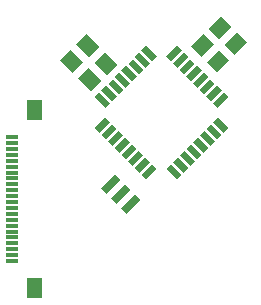
<source format=gbr>
G04 EAGLE Gerber RS-274X export*
G75*
%MOMM*%
%FSLAX34Y34*%
%LPD*%
%INSolderpaste Top*%
%IPPOS*%
%AMOC8*
5,1,8,0,0,1.08239X$1,22.5*%
G01*
%ADD10R,0.700000X1.700000*%
%ADD11R,1.270000X0.558800*%
%ADD12R,0.558800X1.270000*%
%ADD13R,1.240000X1.500000*%
%ADD14R,1.000000X0.300000*%
%ADD15R,1.000000X1.000000*%

G36*
X178425Y309063D02*
X178425Y309063D01*
X178425Y309064D01*
X178425Y325564D01*
X178421Y325569D01*
X178420Y325569D01*
X165420Y325569D01*
X165415Y325565D01*
X165415Y325564D01*
X165415Y309064D01*
X165419Y309059D01*
X165420Y309059D01*
X178420Y309059D01*
X178425Y309063D01*
G37*
G36*
X178425Y158563D02*
X178425Y158563D01*
X178425Y158564D01*
X178425Y175064D01*
X178421Y175069D01*
X178420Y175069D01*
X165420Y175069D01*
X165415Y175065D01*
X165415Y175064D01*
X165415Y158564D01*
X165419Y158559D01*
X165420Y158559D01*
X178420Y158559D01*
X178425Y158563D01*
G37*
D10*
G36*
X256810Y246480D02*
X261760Y241530D01*
X249740Y229510D01*
X244790Y234460D01*
X256810Y246480D01*
G37*
G36*
X248324Y254966D02*
X253274Y250016D01*
X241254Y237996D01*
X236304Y242946D01*
X248324Y254966D01*
G37*
G36*
X239839Y263451D02*
X244789Y258501D01*
X232769Y246481D01*
X227819Y251431D01*
X239839Y263451D01*
G37*
D11*
G36*
X235653Y307340D02*
X226674Y298361D01*
X222723Y302312D01*
X231702Y311291D01*
X235653Y307340D01*
G37*
G36*
X241310Y301683D02*
X232331Y292704D01*
X228380Y296655D01*
X237359Y305634D01*
X241310Y301683D01*
G37*
G36*
X246966Y296026D02*
X237987Y287047D01*
X234036Y290998D01*
X243015Y299977D01*
X246966Y296026D01*
G37*
G36*
X252623Y290369D02*
X243644Y281390D01*
X239693Y285341D01*
X248672Y294320D01*
X252623Y290369D01*
G37*
G36*
X258280Y284712D02*
X249301Y275733D01*
X245350Y279684D01*
X254329Y288663D01*
X258280Y284712D01*
G37*
G36*
X263937Y279055D02*
X254958Y270076D01*
X251007Y274027D01*
X259986Y283006D01*
X263937Y279055D01*
G37*
G36*
X269594Y273399D02*
X260615Y264420D01*
X256664Y268371D01*
X265643Y277350D01*
X269594Y273399D01*
G37*
G36*
X275251Y267742D02*
X266272Y258763D01*
X262321Y262714D01*
X271300Y271693D01*
X275251Y267742D01*
G37*
D12*
G36*
X296359Y262714D02*
X292408Y258763D01*
X283429Y267742D01*
X287380Y271693D01*
X296359Y262714D01*
G37*
G36*
X302016Y268371D02*
X298065Y264420D01*
X289086Y273399D01*
X293037Y277350D01*
X302016Y268371D01*
G37*
G36*
X307673Y274027D02*
X303722Y270076D01*
X294743Y279055D01*
X298694Y283006D01*
X307673Y274027D01*
G37*
G36*
X313330Y279684D02*
X309379Y275733D01*
X300400Y284712D01*
X304351Y288663D01*
X313330Y279684D01*
G37*
G36*
X318987Y285341D02*
X315036Y281390D01*
X306057Y290369D01*
X310008Y294320D01*
X318987Y285341D01*
G37*
G36*
X324644Y290998D02*
X320693Y287047D01*
X311714Y296026D01*
X315665Y299977D01*
X324644Y290998D01*
G37*
G36*
X330300Y296655D02*
X326349Y292704D01*
X317370Y301683D01*
X321321Y305634D01*
X330300Y296655D01*
G37*
G36*
X335957Y302312D02*
X332006Y298361D01*
X323027Y307340D01*
X326978Y311291D01*
X335957Y302312D01*
G37*
D11*
G36*
X335957Y328448D02*
X326978Y319469D01*
X323027Y323420D01*
X332006Y332399D01*
X335957Y328448D01*
G37*
G36*
X330300Y334105D02*
X321321Y325126D01*
X317370Y329077D01*
X326349Y338056D01*
X330300Y334105D01*
G37*
G36*
X324644Y339762D02*
X315665Y330783D01*
X311714Y334734D01*
X320693Y343713D01*
X324644Y339762D01*
G37*
G36*
X318987Y345419D02*
X310008Y336440D01*
X306057Y340391D01*
X315036Y349370D01*
X318987Y345419D01*
G37*
G36*
X313330Y351076D02*
X304351Y342097D01*
X300400Y346048D01*
X309379Y355027D01*
X313330Y351076D01*
G37*
G36*
X307673Y356733D02*
X298694Y347754D01*
X294743Y351705D01*
X303722Y360684D01*
X307673Y356733D01*
G37*
G36*
X302016Y362389D02*
X293037Y353410D01*
X289086Y357361D01*
X298065Y366340D01*
X302016Y362389D01*
G37*
G36*
X296359Y368046D02*
X287380Y359067D01*
X283429Y363018D01*
X292408Y371997D01*
X296359Y368046D01*
G37*
D12*
G36*
X275251Y363018D02*
X271300Y359067D01*
X262321Y368046D01*
X266272Y371997D01*
X275251Y363018D01*
G37*
G36*
X269594Y357361D02*
X265643Y353410D01*
X256664Y362389D01*
X260615Y366340D01*
X269594Y357361D01*
G37*
G36*
X263937Y351705D02*
X259986Y347754D01*
X251007Y356733D01*
X254958Y360684D01*
X263937Y351705D01*
G37*
G36*
X258280Y346048D02*
X254329Y342097D01*
X245350Y351076D01*
X249301Y355027D01*
X258280Y346048D01*
G37*
G36*
X252623Y340391D02*
X248672Y336440D01*
X239693Y345419D01*
X243644Y349370D01*
X252623Y340391D01*
G37*
G36*
X246966Y334734D02*
X243015Y330783D01*
X234036Y339762D01*
X237987Y343713D01*
X246966Y334734D01*
G37*
G36*
X241310Y329077D02*
X237359Y325126D01*
X228380Y334105D01*
X232331Y338056D01*
X241310Y329077D01*
G37*
G36*
X235653Y323420D02*
X231702Y319469D01*
X222723Y328448D01*
X226674Y332399D01*
X235653Y323420D01*
G37*
D13*
G36*
X312840Y362725D02*
X304072Y371493D01*
X314678Y382099D01*
X323446Y373331D01*
X312840Y362725D01*
G37*
G36*
X326276Y349290D02*
X317508Y358058D01*
X328114Y368664D01*
X336882Y359896D01*
X326276Y349290D01*
G37*
G36*
X328031Y377561D02*
X319263Y386329D01*
X329869Y396935D01*
X338637Y388167D01*
X328031Y377561D01*
G37*
G36*
X341466Y364126D02*
X332698Y372894D01*
X343304Y383500D01*
X352072Y374732D01*
X341466Y364126D01*
G37*
G36*
X207284Y373051D02*
X216052Y381819D01*
X226658Y371213D01*
X217890Y362445D01*
X207284Y373051D01*
G37*
G36*
X193849Y359616D02*
X202617Y368384D01*
X213223Y357778D01*
X204455Y349010D01*
X193849Y359616D01*
G37*
G36*
X222516Y357681D02*
X231284Y366449D01*
X241890Y355843D01*
X233122Y347075D01*
X222516Y357681D01*
G37*
G36*
X209081Y344246D02*
X217849Y353014D01*
X228455Y342408D01*
X219687Y333640D01*
X209081Y344246D01*
G37*
D14*
X152920Y249564D03*
X152920Y234564D03*
X152920Y244564D03*
X152920Y229564D03*
X152920Y254564D03*
X152920Y219564D03*
X152920Y274564D03*
X152920Y209564D03*
X152920Y284564D03*
X152920Y199564D03*
X152920Y194564D03*
X152920Y289564D03*
X152920Y189564D03*
X152920Y239564D03*
X152920Y279564D03*
X152920Y294564D03*
D15*
X171920Y166814D03*
X171920Y317314D03*
D14*
X152920Y204564D03*
X152920Y264564D03*
X152920Y214564D03*
X152920Y269564D03*
X152920Y224564D03*
X152920Y259564D03*
M02*

</source>
